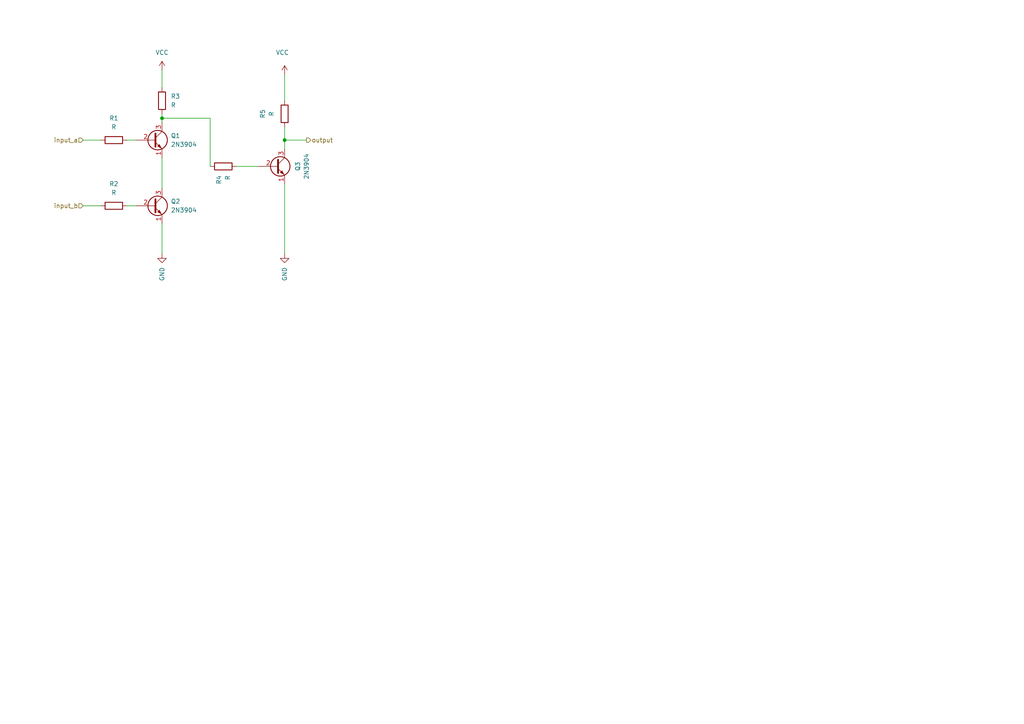
<source format=kicad_sch>
(kicad_sch (version 20230121) (generator eeschema)
  (paper "A4")
  (lib_symbols
    (symbol "Device:R" (pin_numbers hide) (pin_names (offset 0))
      (property "Reference" "R" (at 2.032 0 90))
      (property "Value" "R" (at 0 0 90))
      (symbol "R_0_1"
        (rectangle (start -1.016 -2.54) (end 1.016 2.54) (stroke (width 0.254)))
      )
      (symbol "R_1_1"
        (pin passive line (at 0 3.81 270) (length 1.27) (name "~") (number "1"))
        (pin passive line (at 0 -3.81 90) (length 1.27) (name "~") (number "2"))
      )
    )
    (symbol "Transistor_BJT:2N3904" (pin_names (offset 0) hide)
      (property "Reference" "Q" (at 5.08 1.905 0))
      (property "Value" "2N3904" (at 5.08 0 0))
      (symbol "2N3904_0_1"
        (polyline (pts (xy 0.635 0.635) (xy 2.54 2.54)))
        (polyline (pts (xy 0.635 -0.635) (xy 2.54 -2.54) (xy 2.54 -2.54)))
        (polyline (pts (xy 0.635 1.905) (xy 0.635 -1.905) (xy 0.635 -1.905)) (stroke (width 0.508)))
        (polyline (pts (xy 1.27 -1.778) (xy 1.778 -1.27) (xy 2.286 -2.286) (xy 1.27 -1.778) (xy 1.27 -1.778)) (fill (type outline)))
        (circle (center 1.27 0) (radius 2.8194) (stroke (width 0.254)))
      )
      (symbol "2N3904_1_1"
        (pin passive line (at 2.54 -5.08 90) (length 2.54) (name "E") (number "1"))
        (pin passive line (at -5.08 0 0) (length 5.715) (name "B") (number "2"))
        (pin passive line (at 2.54 5.08 270) (length 2.54) (name "C") (number "3"))
      )
    )
    (symbol "power:GND" (power) (pin_names (offset 0))
      (property "Value" "GND" (at 0 -3.81 0))
      (symbol "GND_0_1"
        (polyline (pts (xy 0 0) (xy 0 -1.27) (xy 1.27 -1.27) (xy 0 -2.54) (xy -1.27 -1.27) (xy 0 -1.27)))
      )
      (symbol "GND_1_1"
        (pin power_in line (at 0 0 270) (length 0) hide (name "GND") (number "1"))
      )
    )
    (symbol "power:VCC" (power) (pin_names (offset 0))
      (property "Value" "VCC" (at 0 3.81 0))
      (symbol "VCC_0_1"
        (polyline (pts (xy -0.762 1.27) (xy 0 2.54)))
        (polyline (pts (xy 0 0) (xy 0 2.54)))
        (polyline (pts (xy 0 2.54) (xy 0.762 1.27)))
      )
      (symbol "VCC_1_1"
        (pin power_in line (at 0 0 90) (length 0) hide (name "VCC") (number "1"))
      )
    )
  )
  (junction (at 46.99 34.29))
  (junction (at 82.55 40.64))
  (wire (pts (xy 82.55 40.64) (xy 82.55 43.18)))
  (wire (pts (xy 82.55 36.83) (xy 82.55 40.64)))
  (wire (pts (xy 36.83 40.64) (xy 39.37 40.64)))
  (wire (pts (xy 82.55 21.59) (xy 82.55 29.21)))
  (wire (pts (xy 46.99 64.77) (xy 46.99 73.66)))
  (wire (pts (xy 46.99 33.02) (xy 46.99 34.29)))
  (wire (pts (xy 24.13 40.64) (xy 29.21 40.64)))
  (wire (pts (xy 82.55 40.64) (xy 88.9 40.64)))
  (wire (pts (xy 46.99 34.29) (xy 46.99 35.56)))
  (wire (pts (xy 82.55 53.34) (xy 82.55 73.66)))
  (wire (pts (xy 36.83 59.69) (xy 39.37 59.69)))
  (wire (pts (xy 46.99 20.32) (xy 46.99 25.4)))
  (wire (pts (xy 68.58 48.26) (xy 74.93 48.26)))
  (wire (pts (xy 46.99 45.72) (xy 46.99 54.61)))
  (wire (pts (xy 24.13 59.69) (xy 29.21 59.69)))
  (wire (pts (xy 60.96 48.26) (xy 60.96 34.29)))
  (wire (pts (xy 60.96 34.29) (xy 46.99 34.29)))
  (hierarchical_label "input_a" (shape input) (at 24.13 40.64 180))
  (hierarchical_label "input_b" (shape input) (at 24.13 59.69 180))
  (hierarchical_label "output" (shape output) (at 88.9 40.64 0))
  (symbol (lib_id "Transistor_BJT:2N3904") (at 44.45 59.69 0) (unit 1)
    (property "Reference" "Q2" (at 49.53 58.42 0) (effects (justify left)))
    (property "Value" "2N3904" (at 49.53 60.96 0) (effects (justify left)))
    (property "Footprint" "Package_TO_SOT_THT:TO-92_Inline" (effects hide))
    (property "Datasheet" "https://www.onsemi.com/pub/Collateral/2N3903-D.PDF" (effects hide))
    (property "Sim.Device" "NPN" (effects hide))
    (property "Sim.Type" "VBIC" (effects hide))
    (property "Sim.Pins" "1=C 2=B 3=E" (effects hide))
    (instances (project "1_bit_adder_rtl" (path "" (reference "Q2") (unit 1)) (path "" (reference "Q21") (unit 1)) (path "" (reference "Q16") (unit 1)) (path "" (reference "Q11") (unit 1))))
  )
  (symbol (lib_id "Device:R") (at 82.55 33.02 0) (mirror y) (unit 1)
    (property "Reference" "R5" (at 76.2 33.02 90))
    (property "Value" "R" (at 78.74 33.02 90))
    (instances (project "1_bit_adder_rtl" (path "" (reference "R5") (unit 1)) (path "" (reference "R38") (unit 1)) (path "" (reference "R29") (unit 1)) (path "" (reference "R21") (unit 1))))
  )
  (symbol (lib_id "Transistor_BJT:2N3904") (at 80.01 48.26 0) (unit 1)
    (property "Reference" "Q3" (at 86.36 48.26 90))
    (property "Value" "2N3904" (at 88.9 48.26 90))
    (property "Footprint" "Package_TO_SOT_THT:TO-92_Inline" (effects hide))
    (property "Datasheet" "https://www.onsemi.com/pub/Collateral/2N3903-D.PDF" (effects hide))
    (instances (project "1_bit_adder_rtl" (path "" (reference "Q3") (unit 1)) (path "" (reference "Q22") (unit 1)) (path "" (reference "Q17") (unit 1)) (path "" (reference "Q12") (unit 1))))
  )
  (symbol (lib_id "Device:R") (at 33.02 59.69 90) (unit 1)
    (property "Reference" "R2" (at 33.02 53.34 90))
    (property "Value" "R" (at 33.02 55.88 90))
    (instances (project "1_bit_adder_rtl" (path "" (reference "R2") (unit 1)) (path "" (reference "R35") (unit 1)) (path "" (reference "R26") (unit 1)) (path "" (reference "R18") (unit 1))))
  )
  (symbol (lib_id "power:GND") (at 46.99 73.66 0) (mirror y) (unit 1)
    (property "Reference" "#PWR02" (effects hide))
    (property "Value" "GND" (at 46.99 77.47 90) (effects (justify right)))
    (instances (project "1_bit_adder_rtl" (path "" (reference "#PWR02") (unit 1)) (path "" (reference "#PWR018") (unit 1)) (path "" (reference "#PWR012") (unit 1)) (path "" (reference "#PWR024") (unit 1))))
  )
  (symbol (lib_id "Transistor_BJT:2N3904") (at 44.45 40.64 0) (unit 1)
    (property "Reference" "Q1" (at 49.53 39.37 0) (effects (justify left)))
    (property "Value" "2N3904" (at 49.53 41.91 0) (effects (justify left)))
    (property "Footprint" "Package_TO_SOT_THT:TO-92_Inline" (effects hide))
    (property "Datasheet" "https://www.onsemi.com/pub/Collateral/2N3903-D.PDF" (effects hide))
    (property "Sim.Device" "NPN" (effects hide))
    (property "Sim.Type" "VBIC" (effects hide))
    (property "Sim.Pins" "1=C 2=B 3=E" (effects hide))
    (instances (project "1_bit_adder_rtl" (path "" (reference "Q1") (unit 1)) (path "" (reference "Q20") (unit 1)) (path "" (reference "Q15") (unit 1)) (path "" (reference "Q10") (unit 1))))
  )
  (symbol (lib_id "Device:R") (at 64.77 48.26 270) (mirror x) (unit 1)
    (property "Reference" "R4" (at 63.5 50.8 0) (effects (justify right)))
    (property "Value" "R" (at 66.04 50.8 0) (effects (justify right)))
    (instances (project "1_bit_adder_rtl" (path "" (reference "R4") (unit 1)) (path "" (reference "R37") (unit 1)) (path "" (reference "R28") (unit 1)) (path "" (reference "R20") (unit 1))))
  )
  (symbol (lib_id "power:GND") (at 82.55 73.66 0) (mirror y) (unit 1)
    (property "Reference" "#PWR04" (effects hide))
    (property "Value" "GND" (at 82.55 77.47 90) (effects (justify right)))
    (instances (project "1_bit_adder_rtl" (path "" (reference "#PWR04") (unit 1)) (path "" (reference "#PWR020") (unit 1)) (path "" (reference "#PWR014") (unit 1)) (path "" (reference "#PWR026") (unit 1))))
  )
  (symbol (lib_id "power:VCC") (at 46.99 20.32 0) (unit 1)
    (property "Reference" "#PWR01" (effects hide))
    (property "Value" "VCC" (at 46.99 15.24 0))
    (instances (project "1_bit_adder_rtl" (path "" (reference "#PWR01") (unit 1)) (path "" (reference "#PWR017") (unit 1)) (path "" (reference "#PWR011") (unit 1)) (path "" (reference "#PWR023") (unit 1))))
  )
  (symbol (lib_id "Device:R") (at 33.02 40.64 90) (unit 1)
    (property "Reference" "R1" (at 33.02 34.29 90))
    (property "Value" "R" (at 33.02 36.83 90))
    (instances (project "1_bit_adder_rtl" (path "" (reference "R1") (unit 1)) (path "" (reference "R34") (unit 1)) (path "" (reference "R25") (unit 1)) (path "" (reference "R17") (unit 1))))
  )
  (symbol (lib_id "Device:R") (at 46.99 29.21 0) (unit 1)
    (property "Reference" "R3" (at 49.53 27.94 0) (effects (justify left)))
    (property "Value" "R" (at 49.53 30.48 0) (effects (justify left)))
    (instances (project "1_bit_adder_rtl" (path "" (reference "R3") (unit 1)) (path "" (reference "R36") (unit 1)) (path "" (reference "R27") (unit 1)) (path "" (reference "R19") (unit 1))))
  )
  (symbol (lib_id "power:VCC") (at 82.55 21.59 0) (mirror y) (unit 1)
    (property "Reference" "#PWR03" (effects hide))
    (property "Value" "VCC" (at 83.82 15.24 0) (effects (justify left)))
    (instances (project "1_bit_adder_rtl" (path "" (reference "#PWR03") (unit 1)) (path "" (reference "#PWR019") (unit 1)) (path "" (reference "#PWR013") (unit 1)) (path "" (reference "#PWR025") (unit 1))))
  )
)
</source>
